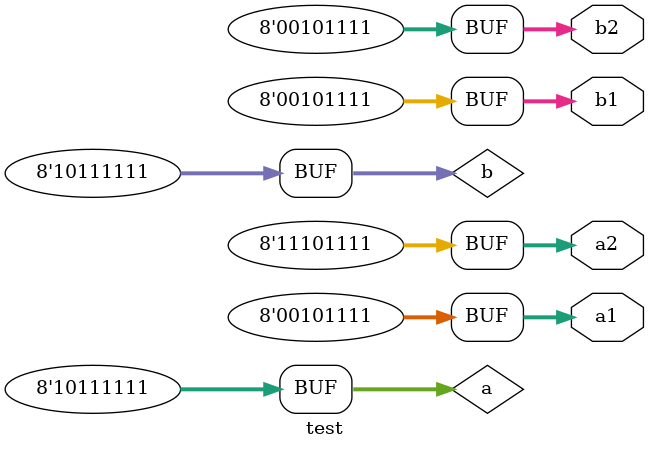
<source format=v>
module test(
	        output wire signed [7:0] a1,
	        output wire signed [7:0] a2,
	        output wire  [7:0] b1,
	        output wire  [7:0] b2);

wire signed [7:0] a = 8'b10111111;
wire  [7:0] b = 8'b10111111;

assign a1 = a>>2;
assign a2 = a>>>2;
assign b1 = b>>2;
assign b2 = b>>>2;

endmodule
</source>
